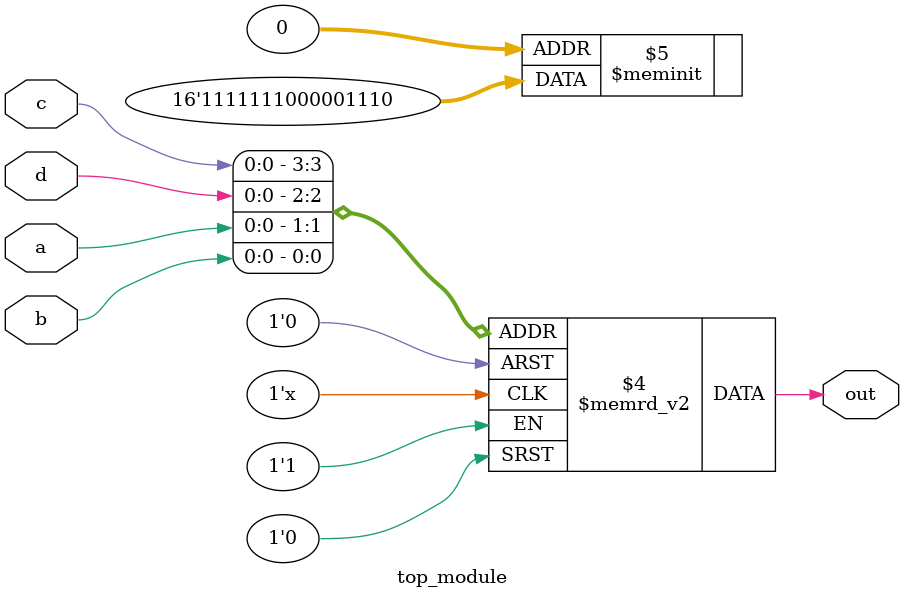
<source format=sv>
module top_module (
    input a, 
    input b,
    input c,
    input d,
    output reg out
);
    always @(*) begin
        case ({c, d, a, b})
            4'b0000: out = 1'b0;  // cd00, ab00
            4'b0001: out = 1'b1;  // cd00, ab01
            4'b0010: out = 1'b1;  // cd00, ab10
            4'b0011: out = 1'b1;  // cd00, ab11
            4'b0100: out = 1'b0;  // cd01, ab00
            4'b0101: out = 1'b0;  // cd01, ab01
            4'b1000: out = 1'b0;  // cd10, ab00
            4'b1001: out = 1'b1;  // cd10, ab01
            4'b1010: out = 1'b1;  // cd10, ab10
            4'b1011: out = 1'b1;  // cd10, ab11
            4'b1100: out = 1'b1;  // cd11, ab00
            4'b1101: out = 1'b1;  // cd11, ab01
            4'b1110: out = 1'b1;  // cd11, ab10
            4'b1111: out = 1'b1;  // cd11, ab11
            default: out = 1'b0;  // Consider don't-care as 0
        endcase
    end
endmodule

</source>
